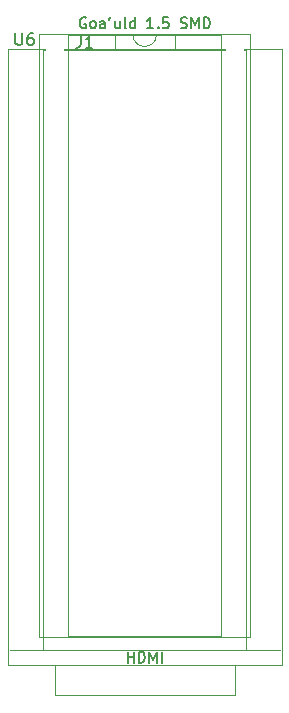
<source format=gto>
G04 #@! TF.GenerationSoftware,KiCad,Pcbnew,(6.0.9)*
G04 #@! TF.CreationDate,2025-04-02T09:35:11+02:00*
G04 #@! TF.ProjectId,Sombrero_MSX_Goa'uld,536f6d62-7265-4726-9f5f-4d53585f476f,rev?*
G04 #@! TF.SameCoordinates,Original*
G04 #@! TF.FileFunction,Legend,Top*
G04 #@! TF.FilePolarity,Positive*
%FSLAX46Y46*%
G04 Gerber Fmt 4.6, Leading zero omitted, Abs format (unit mm)*
G04 Created by KiCad (PCBNEW (6.0.9)) date 2025-04-02 09:35:11*
%MOMM*%
%LPD*%
G01*
G04 APERTURE LIST*
%ADD10C,0.150000*%
%ADD11C,0.120000*%
%ADD12C,0.100000*%
%ADD13R,2.400000X1.600000*%
%ADD14O,2.400000X1.600000*%
%ADD15R,1.600000X1.600000*%
%ADD16O,1.600000X1.600000*%
G04 APERTURE END LIST*
D10*
X142327142Y-73464000D02*
X142241428Y-73421142D01*
X142112857Y-73421142D01*
X141984285Y-73464000D01*
X141898571Y-73549714D01*
X141855714Y-73635428D01*
X141812857Y-73806857D01*
X141812857Y-73935428D01*
X141855714Y-74106857D01*
X141898571Y-74192571D01*
X141984285Y-74278285D01*
X142112857Y-74321142D01*
X142198571Y-74321142D01*
X142327142Y-74278285D01*
X142370000Y-74235428D01*
X142370000Y-73935428D01*
X142198571Y-73935428D01*
X142884285Y-74321142D02*
X142798571Y-74278285D01*
X142755714Y-74235428D01*
X142712857Y-74149714D01*
X142712857Y-73892571D01*
X142755714Y-73806857D01*
X142798571Y-73764000D01*
X142884285Y-73721142D01*
X143012857Y-73721142D01*
X143098571Y-73764000D01*
X143141428Y-73806857D01*
X143184285Y-73892571D01*
X143184285Y-74149714D01*
X143141428Y-74235428D01*
X143098571Y-74278285D01*
X143012857Y-74321142D01*
X142884285Y-74321142D01*
X143955714Y-74321142D02*
X143955714Y-73849714D01*
X143912857Y-73764000D01*
X143827142Y-73721142D01*
X143655714Y-73721142D01*
X143570000Y-73764000D01*
X143955714Y-74278285D02*
X143870000Y-74321142D01*
X143655714Y-74321142D01*
X143570000Y-74278285D01*
X143527142Y-74192571D01*
X143527142Y-74106857D01*
X143570000Y-74021142D01*
X143655714Y-73978285D01*
X143870000Y-73978285D01*
X143955714Y-73935428D01*
X144427142Y-73421142D02*
X144341428Y-73592571D01*
X145198571Y-73721142D02*
X145198571Y-74321142D01*
X144812857Y-73721142D02*
X144812857Y-74192571D01*
X144855714Y-74278285D01*
X144941428Y-74321142D01*
X145070000Y-74321142D01*
X145155714Y-74278285D01*
X145198571Y-74235428D01*
X145755714Y-74321142D02*
X145670000Y-74278285D01*
X145627142Y-74192571D01*
X145627142Y-73421142D01*
X146484285Y-74321142D02*
X146484285Y-73421142D01*
X146484285Y-74278285D02*
X146398571Y-74321142D01*
X146227142Y-74321142D01*
X146141428Y-74278285D01*
X146098571Y-74235428D01*
X146055714Y-74149714D01*
X146055714Y-73892571D01*
X146098571Y-73806857D01*
X146141428Y-73764000D01*
X146227142Y-73721142D01*
X146398571Y-73721142D01*
X146484285Y-73764000D01*
X148070000Y-74321142D02*
X147555714Y-74321142D01*
X147812857Y-74321142D02*
X147812857Y-73421142D01*
X147727142Y-73549714D01*
X147641428Y-73635428D01*
X147555714Y-73678285D01*
X148455714Y-74235428D02*
X148498571Y-74278285D01*
X148455714Y-74321142D01*
X148412857Y-74278285D01*
X148455714Y-74235428D01*
X148455714Y-74321142D01*
X149312857Y-73421142D02*
X148884285Y-73421142D01*
X148841428Y-73849714D01*
X148884285Y-73806857D01*
X148970000Y-73764000D01*
X149184285Y-73764000D01*
X149270000Y-73806857D01*
X149312857Y-73849714D01*
X149355714Y-73935428D01*
X149355714Y-74149714D01*
X149312857Y-74235428D01*
X149270000Y-74278285D01*
X149184285Y-74321142D01*
X148970000Y-74321142D01*
X148884285Y-74278285D01*
X148841428Y-74235428D01*
X150384285Y-74278285D02*
X150512857Y-74321142D01*
X150727142Y-74321142D01*
X150812857Y-74278285D01*
X150855714Y-74235428D01*
X150898571Y-74149714D01*
X150898571Y-74064000D01*
X150855714Y-73978285D01*
X150812857Y-73935428D01*
X150727142Y-73892571D01*
X150555714Y-73849714D01*
X150470000Y-73806857D01*
X150427142Y-73764000D01*
X150384285Y-73678285D01*
X150384285Y-73592571D01*
X150427142Y-73506857D01*
X150470000Y-73464000D01*
X150555714Y-73421142D01*
X150770000Y-73421142D01*
X150898571Y-73464000D01*
X151284285Y-74321142D02*
X151284285Y-73421142D01*
X151584285Y-74064000D01*
X151884285Y-73421142D01*
X151884285Y-74321142D01*
X152312857Y-74321142D02*
X152312857Y-73421142D01*
X152527142Y-73421142D01*
X152655714Y-73464000D01*
X152741428Y-73549714D01*
X152784285Y-73635428D01*
X152827142Y-73806857D01*
X152827142Y-73935428D01*
X152784285Y-74106857D01*
X152741428Y-74192571D01*
X152655714Y-74278285D01*
X152527142Y-74321142D01*
X152312857Y-74321142D01*
X145884285Y-128042142D02*
X145884285Y-127142142D01*
X145884285Y-127570714D02*
X146398571Y-127570714D01*
X146398571Y-128042142D02*
X146398571Y-127142142D01*
X146827142Y-128042142D02*
X146827142Y-127142142D01*
X147041428Y-127142142D01*
X147170000Y-127185000D01*
X147255714Y-127270714D01*
X147298571Y-127356428D01*
X147341428Y-127527857D01*
X147341428Y-127656428D01*
X147298571Y-127827857D01*
X147255714Y-127913571D01*
X147170000Y-127999285D01*
X147041428Y-128042142D01*
X146827142Y-128042142D01*
X147727142Y-128042142D02*
X147727142Y-127142142D01*
X148027142Y-127785000D01*
X148327142Y-127142142D01*
X148327142Y-128042142D01*
X148755714Y-128042142D02*
X148755714Y-127142142D01*
X136383095Y-74737980D02*
X136383095Y-75547504D01*
X136430714Y-75642742D01*
X136478333Y-75690361D01*
X136573571Y-75737980D01*
X136764047Y-75737980D01*
X136859285Y-75690361D01*
X136906904Y-75642742D01*
X136954523Y-75547504D01*
X136954523Y-74737980D01*
X137859285Y-74737980D02*
X137668809Y-74737980D01*
X137573571Y-74785600D01*
X137525952Y-74833219D01*
X137430714Y-74976076D01*
X137383095Y-75166552D01*
X137383095Y-75547504D01*
X137430714Y-75642742D01*
X137478333Y-75690361D01*
X137573571Y-75737980D01*
X137764047Y-75737980D01*
X137859285Y-75690361D01*
X137906904Y-75642742D01*
X137954523Y-75547504D01*
X137954523Y-75309409D01*
X137906904Y-75214171D01*
X137859285Y-75166552D01*
X137764047Y-75118933D01*
X137573571Y-75118933D01*
X137478333Y-75166552D01*
X137430714Y-75214171D01*
X137383095Y-75309409D01*
X141906666Y-74991980D02*
X141906666Y-75706266D01*
X141859047Y-75849123D01*
X141763809Y-75944361D01*
X141620952Y-75991980D01*
X141525714Y-75991980D01*
X142906666Y-75991980D02*
X142335238Y-75991980D01*
X142620952Y-75991980D02*
X142620952Y-74991980D01*
X142525714Y-75134838D01*
X142430476Y-75230076D01*
X142335238Y-75277695D01*
D11*
X154940000Y-130810000D02*
X154940000Y-128270000D01*
D12*
X135890000Y-127000000D02*
X158750000Y-127000000D01*
D11*
X138720000Y-76140000D02*
X138720000Y-127000000D01*
X144780000Y-76140000D02*
X144780000Y-74930000D01*
X139700000Y-130810000D02*
X154940000Y-130810000D01*
X144780000Y-74930000D02*
X149860000Y-74930000D01*
X155920000Y-76140000D02*
X150860000Y-76140000D01*
X139700000Y-128270000D02*
X139700000Y-130810000D01*
X135720000Y-128270000D02*
X158920000Y-128270000D01*
X149860000Y-74930000D02*
X149860000Y-76073000D01*
X153670000Y-76140000D02*
X138720000Y-76140000D01*
X135720000Y-76080000D02*
X135720000Y-128270000D01*
X158920000Y-76080000D02*
X135720000Y-76080000D01*
X155920000Y-127000000D02*
X155920000Y-76140000D01*
X158920000Y-128270000D02*
X158920000Y-76080000D01*
X140870000Y-125790000D02*
X153790000Y-125790000D01*
X153790000Y-74870000D02*
X148330000Y-74870000D01*
X138380000Y-125850000D02*
X156280000Y-125850000D01*
X138380000Y-74810000D02*
X138380000Y-125850000D01*
X156280000Y-74810000D02*
X138380000Y-74810000D01*
X156280000Y-125850000D02*
X156280000Y-74810000D01*
X153790000Y-125790000D02*
X153790000Y-74870000D01*
X140870000Y-74870000D02*
X140870000Y-125790000D01*
X146330000Y-74870000D02*
X140870000Y-74870000D01*
X146330000Y-74870000D02*
G75*
G03*
X148330000Y-74870000I1000000J0D01*
G01*
%LPC*%
D13*
X137160000Y-77470000D03*
D14*
X137160000Y-80010000D03*
X137160000Y-82550000D03*
X137160000Y-85090000D03*
X137160000Y-87630000D03*
X137160000Y-90170000D03*
X137160000Y-92710000D03*
X137160000Y-95250000D03*
X137160000Y-97790000D03*
X137160000Y-100330000D03*
X137160000Y-102870000D03*
X137160000Y-105410000D03*
X137160000Y-107950000D03*
X137160000Y-110490000D03*
X137160000Y-113030000D03*
X137160000Y-115570000D03*
X137160000Y-118110000D03*
X137160000Y-120650000D03*
X137160000Y-123190000D03*
X137160000Y-125730000D03*
X157480000Y-125730000D03*
X157480000Y-123190000D03*
X157480000Y-120650000D03*
X157480000Y-118110000D03*
X157480000Y-115570000D03*
X157480000Y-113030000D03*
X157480000Y-110490000D03*
X157480000Y-107950000D03*
X157480000Y-105410000D03*
X157480000Y-102870000D03*
X157480000Y-100330000D03*
X157480000Y-97790000D03*
X157480000Y-95250000D03*
X157480000Y-92710000D03*
X157480000Y-90170000D03*
X157480000Y-87630000D03*
X157480000Y-85090000D03*
X157480000Y-82550000D03*
X157480000Y-80010000D03*
X157480000Y-77470000D03*
D15*
X139710000Y-76200000D03*
D16*
X139710000Y-78740000D03*
X139710000Y-81280000D03*
X139710000Y-83820000D03*
X139710000Y-86360000D03*
X139710000Y-88900000D03*
X139710000Y-91440000D03*
X139710000Y-93980000D03*
X139710000Y-96520000D03*
X139710000Y-99060000D03*
X139710000Y-101600000D03*
X139710000Y-104140000D03*
X139710000Y-106680000D03*
X139710000Y-109220000D03*
X139710000Y-111760000D03*
X139710000Y-114300000D03*
X139710000Y-116840000D03*
X139710000Y-119380000D03*
X139710000Y-121920000D03*
X139710000Y-124460000D03*
X154950000Y-124460000D03*
X154950000Y-121920000D03*
X154950000Y-119380000D03*
X154950000Y-116840000D03*
X154950000Y-114300000D03*
X154950000Y-111760000D03*
X154950000Y-109220000D03*
X154950000Y-106680000D03*
X154950000Y-104140000D03*
X154950000Y-101600000D03*
X154950000Y-99060000D03*
X154950000Y-96520000D03*
X154950000Y-93980000D03*
X154950000Y-91440000D03*
X154950000Y-88900000D03*
X154950000Y-86360000D03*
X154950000Y-83820000D03*
X154950000Y-81280000D03*
X154950000Y-78740000D03*
X154950000Y-76200000D03*
M02*

</source>
